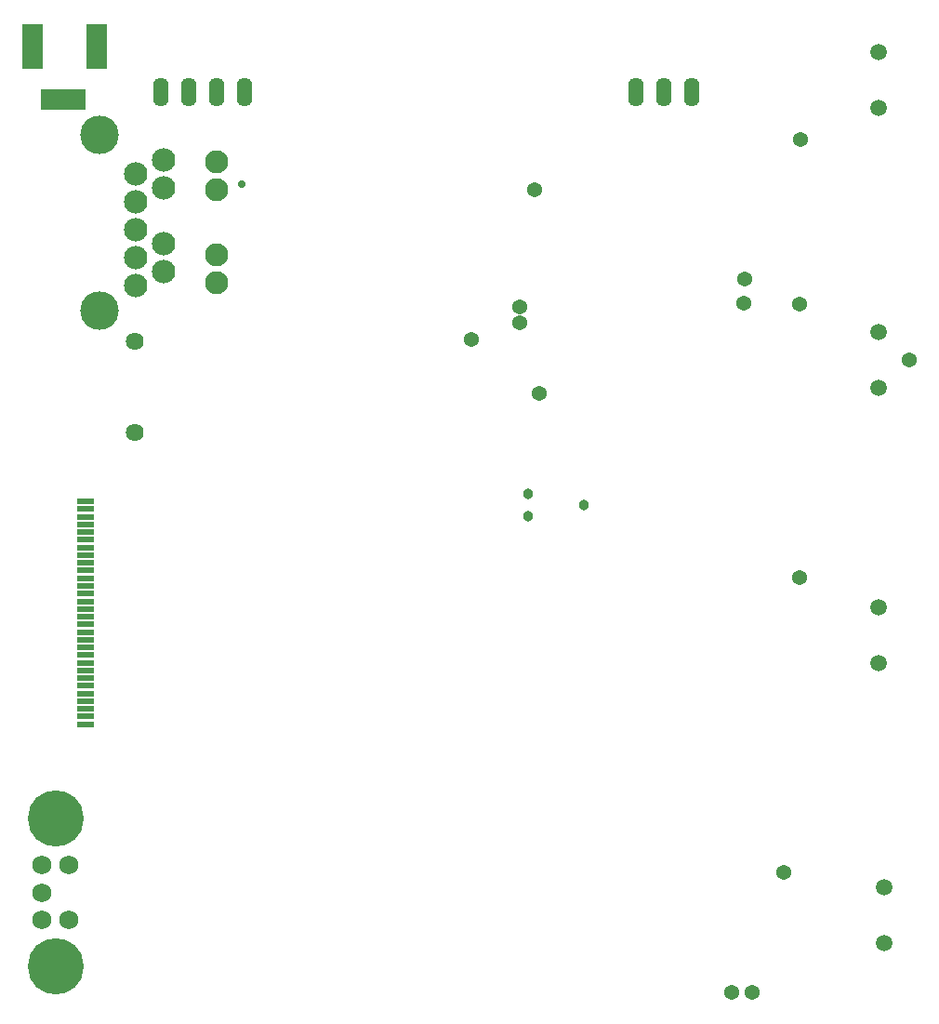
<source format=gbs>
G04*
G04 #@! TF.GenerationSoftware,Altium Limited,Altium Designer,19.1.9 (167)*
G04*
G04 Layer_Color=16711935*
%FSLAX25Y25*%
%MOIN*%
G70*
G01*
G75*
%ADD41O,0.05400X0.10400*%
%ADD42C,0.05912*%
%ADD43C,0.08400*%
%ADD44C,0.08274*%
%ADD45C,0.00400*%
%ADD46C,0.13786*%
%ADD47R,0.07487X0.16148*%
%ADD48R,0.16148X0.07487*%
%ADD49C,0.06896*%
%ADD50C,0.20085*%
%ADD51C,0.03800*%
%ADD52C,0.06400*%
%ADD53C,0.05400*%
%ADD54C,0.02762*%
%ADD100R,0.06148X0.02014*%
D41*
X236658Y342000D02*
D03*
X246657D02*
D03*
X256658D02*
D03*
X96500D02*
D03*
X86500D02*
D03*
X76500D02*
D03*
X66500D02*
D03*
D42*
X325787Y57051D02*
D03*
Y37051D02*
D03*
X323819Y255870D02*
D03*
Y235870D02*
D03*
X323819Y137445D02*
D03*
Y157445D02*
D03*
Y356264D02*
D03*
Y336264D02*
D03*
D43*
X57480Y272776D02*
D03*
Y282776D02*
D03*
X67480Y277776D02*
D03*
X57480Y292776D02*
D03*
Y302776D02*
D03*
Y312776D02*
D03*
X67480Y287776D02*
D03*
Y307776D02*
D03*
Y317776D02*
D03*
D44*
X86496Y273760D02*
D03*
X86496Y283760D02*
D03*
X86496Y306791D02*
D03*
Y316791D02*
D03*
D45*
X32480Y272776D02*
D03*
Y317776D02*
D03*
D46*
X44488Y326772D02*
D03*
Y263780D02*
D03*
D47*
X43291Y358268D02*
D03*
X20457D02*
D03*
D48*
X31480Y339370D02*
D03*
D49*
X33465Y64961D02*
D03*
X23622Y55118D02*
D03*
X33465Y45276D02*
D03*
X23622D02*
D03*
Y64961D02*
D03*
D50*
X28543Y81693D02*
D03*
Y28543D02*
D03*
D51*
X198100Y197900D02*
D03*
Y189900D02*
D03*
X218100Y193900D02*
D03*
D52*
X57087Y252559D02*
D03*
Y219882D02*
D03*
D53*
X275500Y266200D02*
D03*
X275800Y274800D02*
D03*
X278500Y19400D02*
D03*
X271000D02*
D03*
X195000Y264800D02*
D03*
Y259200D02*
D03*
X334800Y245800D02*
D03*
X202000Y234000D02*
D03*
X177700Y253200D02*
D03*
X295300Y168100D02*
D03*
X295400Y265900D02*
D03*
X295700Y325000D02*
D03*
X289600Y62200D02*
D03*
X200500Y307000D02*
D03*
D54*
X95500Y309100D02*
D03*
D100*
X39370Y134677D02*
D03*
Y153929D02*
D03*
Y151173D02*
D03*
Y115386D02*
D03*
Y148417D02*
D03*
Y145661D02*
D03*
Y118142D02*
D03*
Y120898D02*
D03*
Y123654D02*
D03*
Y126409D02*
D03*
Y142906D02*
D03*
Y129165D02*
D03*
Y131921D02*
D03*
Y140150D02*
D03*
Y137433D02*
D03*
Y178732D02*
D03*
Y181488D02*
D03*
Y173220D02*
D03*
Y170465D02*
D03*
Y184244D02*
D03*
Y167709D02*
D03*
Y164953D02*
D03*
Y162197D02*
D03*
Y159441D02*
D03*
Y187000D02*
D03*
Y189756D02*
D03*
Y156685D02*
D03*
Y192512D02*
D03*
Y195268D02*
D03*
Y175976D02*
D03*
M02*

</source>
